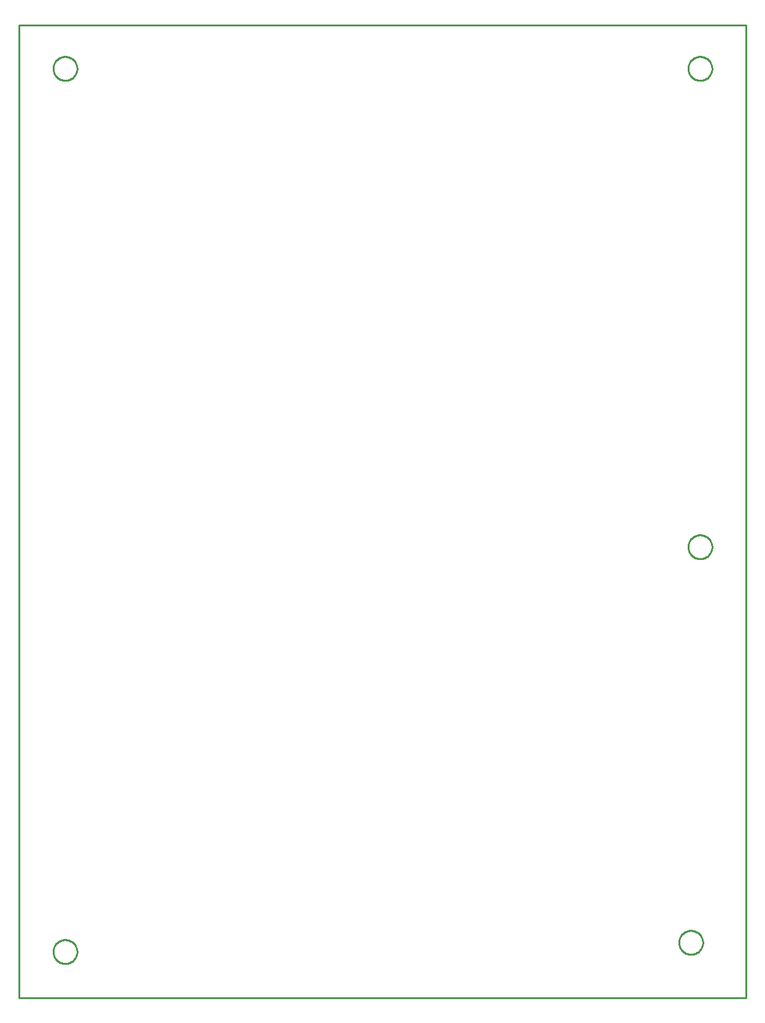
<source format=gbr>
G04 EAGLE Gerber RS-274X export*
G75*
%MOMM*%
%FSLAX34Y34*%
%LPD*%
%IN*%
%IPPOS*%
%AMOC8*
5,1,8,0,0,1.08239X$1,22.5*%
G01*
%ADD10C,0.254000*%


D10*
X0Y-342900D02*
X1003100Y-342900D01*
X1003100Y1000000D01*
X0Y1000000D01*
X0Y-342900D01*
X80000Y939260D02*
X79929Y938182D01*
X79788Y937111D01*
X79578Y936051D01*
X79298Y935008D01*
X78951Y933985D01*
X78537Y932987D01*
X78060Y932018D01*
X77519Y931082D01*
X76919Y930184D01*
X76262Y929327D01*
X75549Y928515D01*
X74785Y927751D01*
X73973Y927039D01*
X73116Y926381D01*
X72218Y925781D01*
X71282Y925241D01*
X70313Y924763D01*
X69315Y924349D01*
X68292Y924002D01*
X67249Y923722D01*
X66189Y923512D01*
X65118Y923371D01*
X64040Y923300D01*
X62960Y923300D01*
X61882Y923371D01*
X60811Y923512D01*
X59751Y923722D01*
X58708Y924002D01*
X57685Y924349D01*
X56687Y924763D01*
X55718Y925241D01*
X54782Y925781D01*
X53884Y926381D01*
X53027Y927039D01*
X52215Y927751D01*
X51451Y928515D01*
X50739Y929327D01*
X50081Y930184D01*
X49481Y931082D01*
X48941Y932018D01*
X48463Y932987D01*
X48049Y933985D01*
X47702Y935008D01*
X47422Y936051D01*
X47212Y937111D01*
X47071Y938182D01*
X47000Y939260D01*
X47000Y940340D01*
X47071Y941418D01*
X47212Y942489D01*
X47422Y943549D01*
X47702Y944592D01*
X48049Y945615D01*
X48463Y946613D01*
X48941Y947582D01*
X49481Y948518D01*
X50081Y949416D01*
X50739Y950273D01*
X51451Y951085D01*
X52215Y951849D01*
X53027Y952562D01*
X53884Y953219D01*
X54782Y953819D01*
X55718Y954360D01*
X56687Y954837D01*
X57685Y955251D01*
X58708Y955598D01*
X59751Y955878D01*
X60811Y956088D01*
X61882Y956229D01*
X62960Y956300D01*
X64040Y956300D01*
X65118Y956229D01*
X66189Y956088D01*
X67249Y955878D01*
X68292Y955598D01*
X69315Y955251D01*
X70313Y954837D01*
X71282Y954360D01*
X72218Y953819D01*
X73116Y953219D01*
X73973Y952562D01*
X74785Y951849D01*
X75549Y951085D01*
X76262Y950273D01*
X76919Y949416D01*
X77519Y948518D01*
X78060Y947582D01*
X78537Y946613D01*
X78951Y945615D01*
X79298Y944592D01*
X79578Y943549D01*
X79788Y942489D01*
X79929Y941418D01*
X80000Y940340D01*
X80000Y939260D01*
X956300Y939260D02*
X956229Y938182D01*
X956088Y937111D01*
X955878Y936051D01*
X955598Y935008D01*
X955251Y933985D01*
X954837Y932987D01*
X954360Y932018D01*
X953819Y931082D01*
X953219Y930184D01*
X952562Y929327D01*
X951849Y928515D01*
X951085Y927751D01*
X950273Y927039D01*
X949416Y926381D01*
X948518Y925781D01*
X947582Y925241D01*
X946613Y924763D01*
X945615Y924349D01*
X944592Y924002D01*
X943549Y923722D01*
X942489Y923512D01*
X941418Y923371D01*
X940340Y923300D01*
X939260Y923300D01*
X938182Y923371D01*
X937111Y923512D01*
X936051Y923722D01*
X935008Y924002D01*
X933985Y924349D01*
X932987Y924763D01*
X932018Y925241D01*
X931082Y925781D01*
X930184Y926381D01*
X929327Y927039D01*
X928515Y927751D01*
X927751Y928515D01*
X927039Y929327D01*
X926381Y930184D01*
X925781Y931082D01*
X925241Y932018D01*
X924763Y932987D01*
X924349Y933985D01*
X924002Y935008D01*
X923722Y936051D01*
X923512Y937111D01*
X923371Y938182D01*
X923300Y939260D01*
X923300Y940340D01*
X923371Y941418D01*
X923512Y942489D01*
X923722Y943549D01*
X924002Y944592D01*
X924349Y945615D01*
X924763Y946613D01*
X925241Y947582D01*
X925781Y948518D01*
X926381Y949416D01*
X927039Y950273D01*
X927751Y951085D01*
X928515Y951849D01*
X929327Y952562D01*
X930184Y953219D01*
X931082Y953819D01*
X932018Y954360D01*
X932987Y954837D01*
X933985Y955251D01*
X935008Y955598D01*
X936051Y955878D01*
X937111Y956088D01*
X938182Y956229D01*
X939260Y956300D01*
X940340Y956300D01*
X941418Y956229D01*
X942489Y956088D01*
X943549Y955878D01*
X944592Y955598D01*
X945615Y955251D01*
X946613Y954837D01*
X947582Y954360D01*
X948518Y953819D01*
X949416Y953219D01*
X950273Y952562D01*
X951085Y951849D01*
X951849Y951085D01*
X952562Y950273D01*
X953219Y949416D01*
X953819Y948518D01*
X954360Y947582D01*
X954837Y946613D01*
X955251Y945615D01*
X955598Y944592D01*
X955878Y943549D01*
X956088Y942489D01*
X956229Y941418D01*
X956300Y940340D01*
X956300Y939260D01*
X80000Y-279940D02*
X79929Y-281018D01*
X79788Y-282089D01*
X79578Y-283149D01*
X79298Y-284192D01*
X78951Y-285215D01*
X78537Y-286213D01*
X78060Y-287182D01*
X77519Y-288118D01*
X76919Y-289016D01*
X76262Y-289873D01*
X75549Y-290685D01*
X74785Y-291449D01*
X73973Y-292162D01*
X73116Y-292819D01*
X72218Y-293419D01*
X71282Y-293960D01*
X70313Y-294437D01*
X69315Y-294851D01*
X68292Y-295198D01*
X67249Y-295478D01*
X66189Y-295688D01*
X65118Y-295829D01*
X64040Y-295900D01*
X62960Y-295900D01*
X61882Y-295829D01*
X60811Y-295688D01*
X59751Y-295478D01*
X58708Y-295198D01*
X57685Y-294851D01*
X56687Y-294437D01*
X55718Y-293960D01*
X54782Y-293419D01*
X53884Y-292819D01*
X53027Y-292162D01*
X52215Y-291449D01*
X51451Y-290685D01*
X50739Y-289873D01*
X50081Y-289016D01*
X49481Y-288118D01*
X48941Y-287182D01*
X48463Y-286213D01*
X48049Y-285215D01*
X47702Y-284192D01*
X47422Y-283149D01*
X47212Y-282089D01*
X47071Y-281018D01*
X47000Y-279940D01*
X47000Y-278860D01*
X47071Y-277782D01*
X47212Y-276711D01*
X47422Y-275651D01*
X47702Y-274608D01*
X48049Y-273585D01*
X48463Y-272587D01*
X48941Y-271618D01*
X49481Y-270682D01*
X50081Y-269784D01*
X50739Y-268927D01*
X51451Y-268115D01*
X52215Y-267351D01*
X53027Y-266639D01*
X53884Y-265981D01*
X54782Y-265381D01*
X55718Y-264841D01*
X56687Y-264363D01*
X57685Y-263949D01*
X58708Y-263602D01*
X59751Y-263322D01*
X60811Y-263112D01*
X61882Y-262971D01*
X62960Y-262900D01*
X64040Y-262900D01*
X65118Y-262971D01*
X66189Y-263112D01*
X67249Y-263322D01*
X68292Y-263602D01*
X69315Y-263949D01*
X70313Y-264363D01*
X71282Y-264841D01*
X72218Y-265381D01*
X73116Y-265981D01*
X73973Y-266639D01*
X74785Y-267351D01*
X75549Y-268115D01*
X76262Y-268927D01*
X76919Y-269784D01*
X77519Y-270682D01*
X78060Y-271618D01*
X78537Y-272587D01*
X78951Y-273585D01*
X79298Y-274608D01*
X79578Y-275651D01*
X79788Y-276711D01*
X79929Y-277782D01*
X80000Y-278860D01*
X80000Y-279940D01*
X956300Y278860D02*
X956229Y277782D01*
X956088Y276711D01*
X955878Y275651D01*
X955598Y274608D01*
X955251Y273585D01*
X954837Y272587D01*
X954360Y271618D01*
X953819Y270682D01*
X953219Y269784D01*
X952562Y268927D01*
X951849Y268115D01*
X951085Y267351D01*
X950273Y266639D01*
X949416Y265981D01*
X948518Y265381D01*
X947582Y264841D01*
X946613Y264363D01*
X945615Y263949D01*
X944592Y263602D01*
X943549Y263322D01*
X942489Y263112D01*
X941418Y262971D01*
X940340Y262900D01*
X939260Y262900D01*
X938182Y262971D01*
X937111Y263112D01*
X936051Y263322D01*
X935008Y263602D01*
X933985Y263949D01*
X932987Y264363D01*
X932018Y264841D01*
X931082Y265381D01*
X930184Y265981D01*
X929327Y266639D01*
X928515Y267351D01*
X927751Y268115D01*
X927039Y268927D01*
X926381Y269784D01*
X925781Y270682D01*
X925241Y271618D01*
X924763Y272587D01*
X924349Y273585D01*
X924002Y274608D01*
X923722Y275651D01*
X923512Y276711D01*
X923371Y277782D01*
X923300Y278860D01*
X923300Y279940D01*
X923371Y281018D01*
X923512Y282089D01*
X923722Y283149D01*
X924002Y284192D01*
X924349Y285215D01*
X924763Y286213D01*
X925241Y287182D01*
X925781Y288118D01*
X926381Y289016D01*
X927039Y289873D01*
X927751Y290685D01*
X928515Y291449D01*
X929327Y292162D01*
X930184Y292819D01*
X931082Y293419D01*
X932018Y293960D01*
X932987Y294437D01*
X933985Y294851D01*
X935008Y295198D01*
X936051Y295478D01*
X937111Y295688D01*
X938182Y295829D01*
X939260Y295900D01*
X940340Y295900D01*
X941418Y295829D01*
X942489Y295688D01*
X943549Y295478D01*
X944592Y295198D01*
X945615Y294851D01*
X946613Y294437D01*
X947582Y293960D01*
X948518Y293419D01*
X949416Y292819D01*
X950273Y292162D01*
X951085Y291449D01*
X951849Y290685D01*
X952562Y289873D01*
X953219Y289016D01*
X953819Y288118D01*
X954360Y287182D01*
X954837Y286213D01*
X955251Y285215D01*
X955598Y284192D01*
X955878Y283149D01*
X956088Y282089D01*
X956229Y281018D01*
X956300Y279940D01*
X956300Y278860D01*
X943600Y-267240D02*
X943529Y-268318D01*
X943388Y-269389D01*
X943178Y-270449D01*
X942898Y-271492D01*
X942551Y-272515D01*
X942137Y-273513D01*
X941660Y-274482D01*
X941119Y-275418D01*
X940519Y-276316D01*
X939862Y-277173D01*
X939149Y-277985D01*
X938385Y-278749D01*
X937573Y-279462D01*
X936716Y-280119D01*
X935818Y-280719D01*
X934882Y-281260D01*
X933913Y-281737D01*
X932915Y-282151D01*
X931892Y-282498D01*
X930849Y-282778D01*
X929789Y-282988D01*
X928718Y-283129D01*
X927640Y-283200D01*
X926560Y-283200D01*
X925482Y-283129D01*
X924411Y-282988D01*
X923351Y-282778D01*
X922308Y-282498D01*
X921285Y-282151D01*
X920287Y-281737D01*
X919318Y-281260D01*
X918382Y-280719D01*
X917484Y-280119D01*
X916627Y-279462D01*
X915815Y-278749D01*
X915051Y-277985D01*
X914339Y-277173D01*
X913681Y-276316D01*
X913081Y-275418D01*
X912541Y-274482D01*
X912063Y-273513D01*
X911649Y-272515D01*
X911302Y-271492D01*
X911022Y-270449D01*
X910812Y-269389D01*
X910671Y-268318D01*
X910600Y-267240D01*
X910600Y-266160D01*
X910671Y-265082D01*
X910812Y-264011D01*
X911022Y-262951D01*
X911302Y-261908D01*
X911649Y-260885D01*
X912063Y-259887D01*
X912541Y-258918D01*
X913081Y-257982D01*
X913681Y-257084D01*
X914339Y-256227D01*
X915051Y-255415D01*
X915815Y-254651D01*
X916627Y-253939D01*
X917484Y-253281D01*
X918382Y-252681D01*
X919318Y-252141D01*
X920287Y-251663D01*
X921285Y-251249D01*
X922308Y-250902D01*
X923351Y-250622D01*
X924411Y-250412D01*
X925482Y-250271D01*
X926560Y-250200D01*
X927640Y-250200D01*
X928718Y-250271D01*
X929789Y-250412D01*
X930849Y-250622D01*
X931892Y-250902D01*
X932915Y-251249D01*
X933913Y-251663D01*
X934882Y-252141D01*
X935818Y-252681D01*
X936716Y-253281D01*
X937573Y-253939D01*
X938385Y-254651D01*
X939149Y-255415D01*
X939862Y-256227D01*
X940519Y-257084D01*
X941119Y-257982D01*
X941660Y-258918D01*
X942137Y-259887D01*
X942551Y-260885D01*
X942898Y-261908D01*
X943178Y-262951D01*
X943388Y-264011D01*
X943529Y-265082D01*
X943600Y-266160D01*
X943600Y-267240D01*
M02*

</source>
